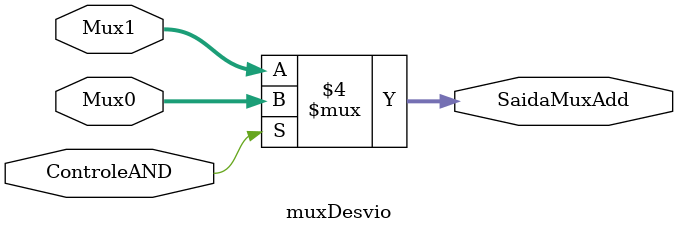
<source format=v>
module MUX1 (RD, RT, RegDst, SaidaMux1);
  input [4:0] RD; //parte [15:11] da instrucao
  input [4:0] RT; //parte [20:16] da instrucao
  input RegDst;
  output reg [4:0] SaidaMux1;

  always @ (RegDst) begin
    if (RegDst == 1'b1) begin
      SaidaMux1 = RD;
    end
    if (RegDst == 1'b0) begin
      SaidaMux1 = RT;
    end
  end
endmodule




module MUXALU (Mux0, Mux1, ALUSrc, SaidaMuxAlu);
  input [31:0]Mux0;    //recebe Read data 2 do Banco de Registradores
  input [31:0]Mux1;   //recebe a instrucao [15:0] apos o Sign-extend
  input ALUSrc;       //Sinal de controle
  output reg[31:0] SaidaMuxAlu;

  always @(ALUSrc) begin
    if (ALUSrc == 1'b1) begin
      SaidaMuxAlu = Mux1;
    end
    if(ALUSrc == 1'b0) begin
      SaidaMuxAlu = Mux0;
    end
  end
endmodule




module MUXDataWrite (MemToReg, ReadData, ALUResult, WriteData);
  input MemToReg;
  input [31:0] ReadData;
  input [31:0] ALUResult;
  output reg [31:0] WriteData;

  always @(MemToReg) begin
    if(MemToReg == 0) begin
      WriteData = ALUResult;
    end
    if(MemToReg == 1) begin
      WriteData = ReadData;
    end
  end
endmodule




//Multiplexador do Desvio condicional
module muxDesvio (Mux0, Mux1, ControleAND, SaidaMuxAdd);
  input [31:0] Mux0; //Valor 1 de entrada no MUX de desvio condicional
  input [31:0] Mux1; //Valor 2 de entrada no MUX de desvio condicional
  input ControleAND; //Controle de sinal apos AND
  output reg [31:0] SaidaMuxAdd; //Saida do MUX de desvio condicional

  always @ (ControleAND) begin
    if(ControleAND == 1'b1) begin
      SaidaMuxAdd = Mux0;
    end
    else begin
      SaidaMuxAdd = Mux1;
    end
  end
endmodule
</source>
